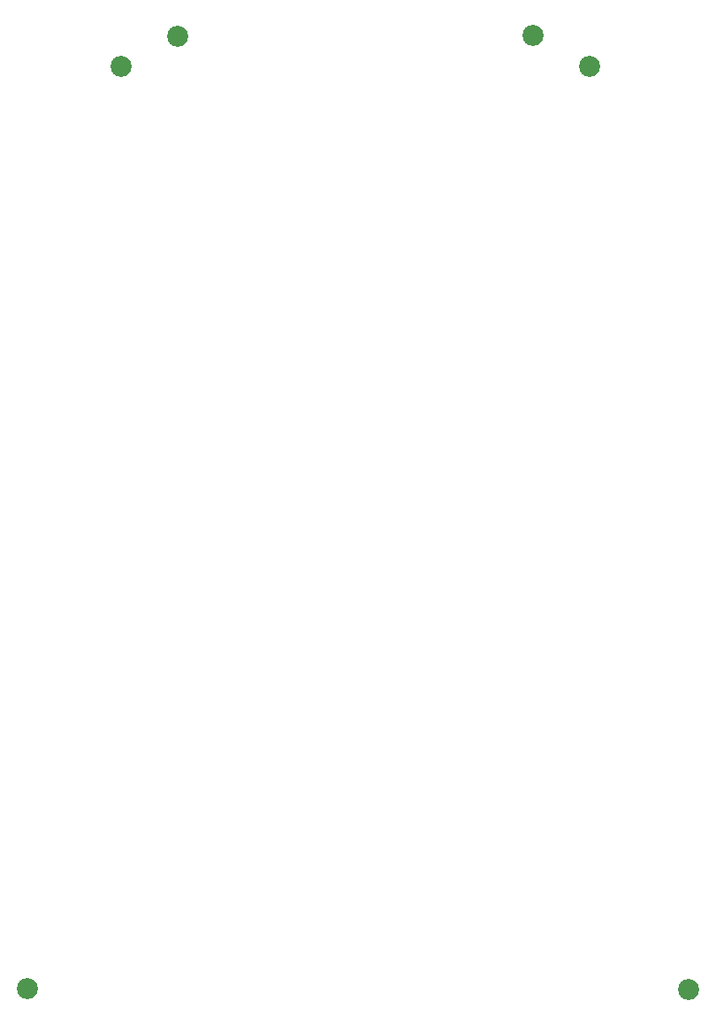
<source format=gbl>
G04 MADE WITH FRITZING*
G04 WWW.FRITZING.ORG*
G04 DOUBLE SIDED*
G04 HOLES PLATED*
G04 CONTOUR ON CENTER OF CONTOUR VECTOR*
%ASAXBY*%
%FSLAX23Y23*%
%MOIN*%
%OFA0B0*%
%SFA1.0B1.0*%
%ADD10C,0.079370*%
%LNCOPPER0*%
G90*
G70*
G54D10*
X426Y3576D03*
X2565Y100D03*
X2192Y3575D03*
X1978Y3693D03*
X73Y101D03*
X639Y3688D03*
G04 End of Copper0*
M02*
</source>
